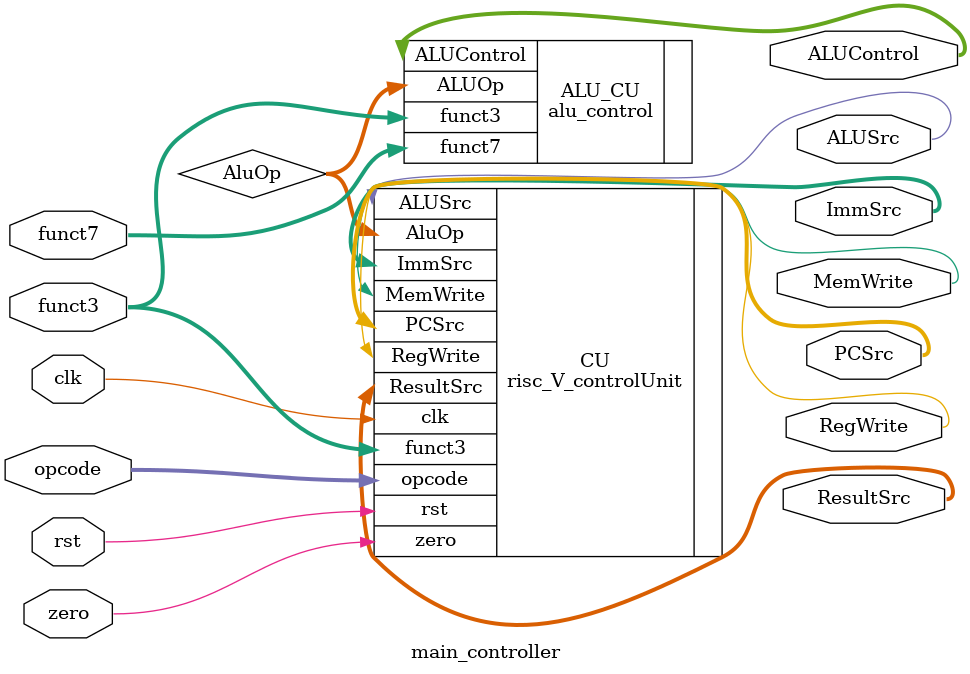
<source format=v>
`timescale 1ns/1ns

module main_controller(
    input wire clk, rst,
    input wire zero,
    input wire [6:0] opcode,
    input wire [2:0] funct3,
    input wire [6:0] funct7,
    output wire [1:0] PCSrc,
    output wire [1:0] ResultSrc,
    output wire MemWrite,
    output wire [2:0] ALUControl,
    output wire ALUSrc,
    output wire [2:0] ImmSrc,
    output wire RegWrite
);

    wire [1:0] AluOp;

    risc_V_controlUnit CU (
        .clk(clk),
        .rst(rst),
        .zero(zero),
        .opcode(opcode),
        .funct3(funct3),    
        .PCSrc(PCSrc),
        .ResultSrc(ResultSrc),
        .MemWrite(MemWrite),
        .AluOp(AluOp),
        .ALUSrc(ALUSrc),
        .ImmSrc(ImmSrc),
        .RegWrite(RegWrite)
    );

    alu_control ALU_CU (
        .ALUOp(AluOp),
        .funct3(funct3),
        .funct7(funct7),
        .ALUControl(ALUControl)
    );

endmodule

</source>
